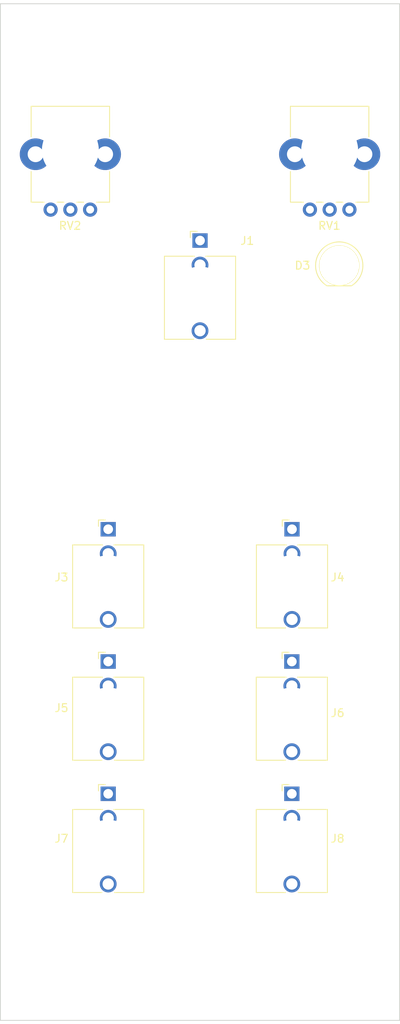
<source format=kicad_pcb>
(kicad_pcb (version 20221018) (generator pcbnew)
  (layers (0 "F.Cu" signal) (31 "B.Cu" power) (34 "B.Paste" user) (35 "F.Paste" user) (36 "B.SilkS" user "B.Silkscreen") (37 "F.SilkS" user "F.Silkscreen") (38 "B.Mask" user) (39 "F.Mask" user) (44 "Edge.Cuts" user))
  (net 0 "")
  (net 1 "GND")
  (net 2 "Net-(J1-PadT)")
  (net 9 "Net-(R1-Pad1)")
  (net 10 "+12VA")
  (net 11 "/CV_Scale")
  (net 12 "Net-(J8-PadT)")
  (net 13 "Net-(J7-PadT)")
  (net 14 "Net-(J3-PadT)")
  (net 15 "Net-(J4-PadT)")
  (net 16 "Net-(J5-PadT)")
  (net 17 "Net-(J6-PadT)")
  (footprint "Connector_Audio:Jack_3.5mm_QingPu_WQP-PJ398SM_Vertical_CircularHoles" (layer "F.Cu") (at 150.484 98.6)
    (fp_text reference "J4" (at 5.776 6.085) (layer "F.SilkS"))
    (fp_text value "SQR")
    (fp_line (start -4.5 1.98) (end -4.5 12.48) (stroke (width 0.12)) (layer "F.SilkS"))
    (fp_line (start -1.23 -1.17) (end -1.23 -0.37) (stroke (width 0.12)) (layer "F.SilkS"))
    (fp_line (start -1.23 -1.17) (end -0.37 -1.17) (stroke (width 0.12)) (layer "F.SilkS"))
    (fp_line (start -0.8 12.48) (end -4.5 12.48) (stroke (width 0.12)) (layer "F.SilkS"))
    (fp_line (start -0.72 1.98) (end -4.5 1.98) (stroke (width 0.12)) (layer "F.SilkS"))
    (fp_line (start 4.5 1.98) (end 0.72 1.98) (stroke (width 0.12)) (layer "F.SilkS"))
    (fp_line (start 4.5 1.98) (end 4.5 12.48) (stroke (width 0.12)) (layer "F.SilkS"))
    (fp_line (start 4.5 12.48) (end 0.8 12.48) (stroke (width 0.12)) (layer "F.SilkS"))
    (fp_circle (center 0 6.48) (end 1.8 6.48) (stroke (width 0.12)) (fill none) (layer "F.SilkS"))
    (pad "S" thru_hole rect (at 0 0 180) (size 1.93 1.83) (drill 1.22) (layers "*.Cu" "*.Mask") (net 1 "GND"))
    (pad "T" thru_hole circle (at 0 11.4 180) (size 2.13 2.13) (drill 1.43) (layers "*.Cu" "*.Mask") (net 15 "Net-(J4-PadT)"))
    (pad "TN" thru_hole circle (at 0 3.1 180) (size 2.13 2.13) (drill 1.42) (layers "*.Cu" "*.Mask"))
  )
  (footprint "Connector_Audio:Jack_3.5mm_QingPu_WQP-PJ398SM_Vertical_CircularHoles" (layer "F.Cu") (at 138.85 62.11)
    (fp_text reference "J1" (at 5.98 0.03 180) (layer "F.SilkS"))
    (fp_text value "CV IN")
    (fp_line (start -4.5 1.98) (end -4.5 12.48) (stroke (width 0.12)) (layer "F.SilkS"))
    (fp_line (start -1.23 -1.17) (end -1.23 -0.37) (stroke (width 0.12)) (layer "F.SilkS"))
    (fp_line (start -1.23 -1.17) (end -0.37 -1.17) (stroke (width 0.12)) (layer "F.SilkS"))
    (fp_line (start -0.8 12.48) (end -4.5 12.48) (stroke (width 0.12)) (layer "F.SilkS"))
    (fp_line (start -0.72 1.98) (end -4.5 1.98) (stroke (width 0.12)) (layer "F.SilkS"))
    (fp_line (start 4.5 1.98) (end 0.72 1.98) (stroke (width 0.12)) (layer "F.SilkS"))
    (fp_line (start 4.5 1.98) (end 4.5 12.48) (stroke (width 0.12)) (layer "F.SilkS"))
    (fp_line (start 4.5 12.48) (end 0.8 12.48) (stroke (width 0.12)) (layer "F.SilkS"))
    (fp_circle (center 0 6.48) (end 1.8 6.48) (stroke (width 0.12)) (fill none) (layer "F.SilkS"))
    (pad "S" thru_hole rect (at 0 0 180) (size 1.93 1.83) (drill 1.22) (layers "*.Cu" "*.Mask") (net 1 "GND"))
    (pad "T" thru_hole circle (at 0 11.4 180) (size 2.13 2.13) (drill 1.43) (layers "*.Cu" "*.Mask") (net 2 "Net-(J1-PadT)"))
    (pad "TN" thru_hole circle (at 0 3.1 180) (size 2.13 2.13) (drill 1.42) (layers "*.Cu" "*.Mask") (net 1 "GND"))
  )
  (footprint "" (layer "F.Cu") (at 156.459666 65.265016)
    (fp_text reference "" (at 0 0) (layer "F.SilkS") (effects (font (size 1.27 1.27))))
    (fp_text value "" (at 0 0) (layer "F.SilkS") (effects (font (size 1.27 1.27))))
    (pad "" np_thru_hole circle (at 0 0) (size 5 5) (drill 5) (layers "F&B.Cu" "*.Mask"))
  )
  (footprint "Custom_Footprints:Alpha_9mm_Potentiometer_Aligned" (layer "F.Cu") (at 122.45 50.7)
    (fp_text reference "RV2" (at -0.04 9.535) (layer "F.SilkS"))
    (fp_text value "100K")
    (fp_line (start -4.961 -5.56) (end 4.96 -5.56) (stroke (width 0.12)) (layer "F.SilkS"))
    (fp_line (start -4.961 -1.695) (end -4.961 -5.56) (stroke (width 0.12)) (layer "F.SilkS"))
    (fp_line (start -4.961 6.56) (end -4.961 2.694) (stroke (width 0.12)) (layer "F.SilkS"))
    (fp_line (start -4.961 6.56) (end -3.325 6.56) (stroke (width 0.12)) (layer "F.SilkS"))
    (fp_line (start -1.675 6.56) (end -0.825 6.56) (stroke (width 0.12)) (layer "F.SilkS"))
    (fp_line (start 0.825 6.56) (end 1.675 6.56) (stroke (width 0.12)) (layer "F.SilkS"))
    (fp_line (start 3.325 6.56) (end 4.96 6.56) (stroke (width 0.12)) (layer "F.SilkS"))
    (fp_line (start 4.96 -1.695) (end 4.96 -5.56) (stroke (width 0.12)) (layer "F.SilkS"))
    (fp_line (start 4.96 6.56) (end 4.96 2.694) (stroke (width 0.12)) (layer "F.SilkS"))
    (fp_arc (start -2.762432 -1.171982) (mid -0.000553 -3.000762) (end 2.762 -1.173) (stroke (width 0.12)) (layer "F.SilkS"))
    (fp_arc (start 2.297753 1.928295) (mid -0.000192 2.999665) (end -2.298 1.928) (stroke (width 0.12)) (layer "F.SilkS"))
    (pad "" np_thru_hole circle (at -4.4 0.5 90) (size 4 4) (drill 2) (layers "*.Cu" "*.Mask"))
    (pad "" np_thru_hole circle (at 4.4 0.5 90) (size 4 4) (drill 2) (layers "*.Cu" "*.Mask"))
    (pad "1" thru_hole circle (at -2.5 7.5 90) (size 1.8 1.8) (drill 1) (layers "*.Cu" "*.Mask") (net 1 "GND"))
    (pad "2" thru_hole circle (at 0 7.5 90) (size 1.8 1.8) (drill 1) (layers "*.Cu" "*.Mask") (net 11 "/CV_Scale"))
    (pad "3" thru_hole circle (at 2.5 7.5 90) (size 1.8 1.8) (drill 1) (layers "*.Cu" "*.Mask") (net 2 "Net-(J1-PadT)"))
  )
  (footprint "" (layer "F.Cu") (at 138.85 68.59)
    (fp_text reference "" (at 0 0) (layer "F.SilkS") (effects (font (size 1.27 1.27))))
    (fp_text value "" (at 0 0) (layer "F.SilkS") (effects (font (size 1.27 1.27))))
    (pad "" np_thru_hole circle (at 0 0) (size 6.4 6.4) (drill 6.4) (layers "F&B.Cu" "*.Mask"))
  )
  (footprint "Custom_Footprints:Sub_Miniature_Switch_MountingHole_3.5mm" (layer "F.Cu") (at 150.484 121.8)
    (fp_text reference "Ref**" hide)
    (fp_text value "Subminiature_Switch" hide)
    (pad "" np_thru_hole circle (at 0 0) (size 6.4 6.4) (drill 6.4) (layers "F&B.Cu" "*.Mask"))
  )
  (footprint "" (layer "F.Cu") (at 155.25 50.7)
    (fp_text reference "" (at 0 0) (layer "F.SilkS") (effects (font (size 1.27 1.27))))
    (fp_text value "" (at 0 0) (layer "F.SilkS") (effects (font (size 1.27 1.27))))
    (pad "" np_thru_hole circle (at 0 0) (size 7.2 7.2) (drill 7.2) (layers "F&B.Cu" "*.Mask"))
  )
  (footprint "Custom_Footprints:Sub_Miniature_Switch_MountingHole_3.5mm" (layer "F.Cu") (at 127.236 105.08)
    (fp_text reference "Ref**" hide)
    (fp_text value "Subminiature_Switch" hide)
    (pad "" np_thru_hole circle (at 0 0) (size 6.4 6.4) (drill 6.4) (layers "F&B.Cu" "*.Mask"))
  )
  (footprint "Custom_Footprints:Sub_Miniature_Switch_MountingHole_3.5mm" (layer "F.Cu") (at 127.236 121.8)
    (fp_text reference "Ref**" hide)
    (fp_text value "Subminiature_Switch" hide)
    (pad "" np_thru_hole circle (at 0 0) (size 6.4 6.4) (drill 6.4) (layers "F&B.Cu" "*.Mask"))
  )
  (footprint "Connector_Audio:Jack_3.5mm_QingPu_WQP-PJ398SM_Vertical_CircularHoles" (layer "F.Cu") (at 127.236 115.32)
    (fp_text reference "J5" (at -5.901 5.875) (layer "F.SilkS"))
    (fp_text value "SINE")
    (fp_line (start -4.5 1.98) (end -4.5 12.48) (stroke (width 0.12)) (layer "F.SilkS"))
    (fp_line (start -1.23 -1.17) (end -1.23 -0.37) (stroke (width 0.12)) (layer "F.SilkS"))
    (fp_line (start -1.23 -1.17) (end -0.37 -1.17) (stroke (width 0.12)) (layer "F.SilkS"))
    (fp_line (start -0.8 12.48) (end -4.5 12.48) (stroke (width 0.12)) (layer "F.SilkS"))
    (fp_line (start -0.72 1.98) (end -4.5 1.98) (stroke (width 0.12)) (layer "F.SilkS"))
    (fp_line (start 4.5 1.98) (end 0.72 1.98) (stroke (width 0.12)) (layer "F.SilkS"))
    (fp_line (start 4.5 1.98) (end 4.5 12.48) (stroke (width 0.12)) (layer "F.SilkS"))
    (fp_line (start 4.5 12.48) (end 0.8 12.48) (stroke (width 0.12)) (layer "F.SilkS"))
    (fp_circle (center 0 6.48) (end 1.8 6.48) (stroke (width 0.12)) (fill none) (layer "F.SilkS"))
    (pad "S" thru_hole rect (at 0 0 180) (size 1.93 1.83) (drill 1.22) (layers "*.Cu" "*.Mask") (net 1 "GND"))
    (pad "T" thru_hole circle (at 0 11.4 180) (size 2.13 2.13) (drill 1.43) (layers "*.Cu" "*.Mask") (net 16 "Net-(J5-PadT)"))
    (pad "TN" thru_hole circle (at 0 3.1 180) (size 2.13 2.13) (drill 1.42) (layers "*.Cu" "*.Mask"))
  )
  (footprint "Connector_Audio:Jack_3.5mm_QingPu_WQP-PJ398SM_Vertical_CircularHoles" (layer "F.Cu") (at 150.464 132.04)
    (fp_text reference "J8" (at 5.796 5.665) (layer "F.SilkS"))
    (fp_text value "RAMP DOWN")
    (fp_line (start -4.5 1.98) (end -4.5 12.48) (stroke (width 0.12)) (layer "F.SilkS"))
    (fp_line (start -1.23 -1.17) (end -1.23 -0.37) (stroke (width 0.12)) (layer "F.SilkS"))
    (fp_line (start -1.23 -1.17) (end -0.37 -1.17) (stroke (width 0.12)) (layer "F.SilkS"))
    (fp_line (start -0.8 12.48) (end -4.5 12.48) (stroke (width 0.12)) (layer "F.SilkS"))
    (fp_line (start -0.72 1.98) (end -4.5 1.98) (stroke (width 0.12)) (layer "F.SilkS"))
    (fp_line (start 4.5 1.98) (end 0.72 1.98) (stroke (width 0.12)) (layer "F.SilkS"))
    (fp_line (start 4.5 1.98) (end 4.5 12.48) (stroke (width 0.12)) (layer "F.SilkS"))
    (fp_line (start 4.5 12.48) (end 0.8 12.48) (stroke (width 0.12)) (layer "F.SilkS"))
    (fp_circle (center 0 6.48) (end 1.8 6.48) (stroke (width 0.12)) (fill none) (layer "F.SilkS"))
    (pad "S" thru_hole rect (at 0 0 180) (size 1.93 1.83) (drill 1.22) (layers "*.Cu" "*.Mask") (net 1 "GND"))
    (pad "T" thru_hole circle (at 0 11.4 180) (size 2.13 2.13) (drill 1.43) (layers "*.Cu" "*.Mask") (net 12 "Net-(J8-PadT)"))
    (pad "TN" thru_hole circle (at 0 3.1 180) (size 2.13 2.13) (drill 1.42) (layers "*.Cu" "*.Mask"))
  )
  (footprint "Connector_Audio:Jack_3.5mm_QingPu_WQP-PJ398SM_Vertical_CircularHoles" (layer "F.Cu") (at 127.236 132.04)
    (fp_text reference "J7" (at -5.901 5.665) (layer "F.SilkS"))
    (fp_text value "RAMP UP")
    (fp_line (start -4.5 1.98) (end -4.5 12.48) (stroke (width 0.12)) (layer "F.SilkS"))
    (fp_line (start -1.23 -1.17) (end -1.23 -0.37) (stroke (width 0.12)) (layer "F.SilkS"))
    (fp_line (start -1.23 -1.17) (end -0.37 -1.17) (stroke (width 0.12)) (layer "F.SilkS"))
    (fp_line (start -0.8 12.48) (end -4.5 12.48) (stroke (width 0.12)) (layer "F.SilkS"))
    (fp_line (start -0.72 1.98) (end -4.5 1.98) (stroke (width 0.12)) (layer "F.SilkS"))
    (fp_line (start 4.5 1.98) (end 0.72 1.98) (stroke (width 0.12)) (layer "F.SilkS"))
    (fp_line (start 4.5 1.98) (end 4.5 12.48) (stroke (width 0.12)) (layer "F.SilkS"))
    (fp_line (start 4.5 12.48) (end 0.8 12.48) (stroke (width 0.12)) (layer "F.SilkS"))
    (fp_circle (center 0 6.48) (end 1.8 6.48) (stroke (width 0.12)) (fill none) (layer "F.SilkS"))
    (pad "S" thru_hole rect (at 0 0 180) (size 1.93 1.83) (drill 1.22) (layers "*.Cu" "*.Mask") (net 1 "GND"))
    (pad "T" thru_hole circle (at 0 11.4 180) (size 2.13 2.13) (drill 1.43) (layers "*.Cu" "*.Mask") (net 13 "Net-(J7-PadT)"))
    (pad "TN" thru_hole circle (at 0 3.1 180) (size 2.13 2.13) (drill 1.42) (layers "*.Cu" "*.Mask"))
  )
  (footprint "Custom_Footprints:Alpha_9mm_Potentiometer_Aligned" (layer "F.Cu") (at 155.25 50.7)
    (fp_text reference "RV1" (at -0.04 9.535) (layer "F.SilkS"))
    (fp_text value "100K")
    (fp_line (start -4.961 -5.56) (end 4.96 -5.56) (stroke (width 0.12)) (layer "F.SilkS"))
    (fp_line (start -4.961 -1.695) (end -4.961 -5.56) (stroke (width 0.12)) (layer "F.SilkS"))
    (fp_line (start -4.961 6.56) (end -4.961 2.694) (stroke (width 0.12)) (layer "F.SilkS"))
    (fp_line (start -4.961 6.56) (end -3.325 6.56) (stroke (width 0.12)) (layer "F.SilkS"))
    (fp_line (start -1.675 6.56) (end -0.825 6.56) (stroke (width 0.12)) (layer "F.SilkS"))
    (fp_line (start 0.825 6.56) (end 1.675 6.56) (stroke (width 0.12)) (layer "F.SilkS"))
    (fp_line (start 3.325 6.56) (end 4.96 6.56) (stroke (width 0.12)) (layer "F.SilkS"))
    (fp_line (start 4.96 -1.695) (end 4.96 -5.56) (stroke (width 0.12)) (layer "F.SilkS"))
    (fp_line (start 4.96 6.56) (end 4.96 2.694) (stroke (width 0.12)) (layer "F.SilkS"))
    (fp_arc (start -2.762432 -1.171982) (mid -0.000553 -3.000762) (end 2.762 -1.173) (stroke (width 0.12)) (layer "F.SilkS"))
    (fp_arc (start 2.297753 1.928295) (mid -0.000192 2.999665) (end -2.298 1.928) (stroke (width 0.12)) (layer "F.SilkS"))
    (pad "" np_thru_hole circle (at -4.4 0.5 90) (size 4 4) (drill 2) (layers "*.Cu" "*.Mask"))
    (pad "" np_thru_hole circle (at 4.4 0.5 90) (size 4 4) (drill 2) (layers "*.Cu" "*.Mask"))
    (pad "1" thru_hole circle (at -2.5 7.5 90) (size 1.8 1.8) (drill 1) (layers "*.Cu" "*.Mask") (net 1 "GND"))
    (pad "2" thru_hole circle (at 0 7.5 90) (size 1.8 1.8) (drill 1) (layers "*.Cu" "*.Mask") (net 9 "Net-(R1-Pad1)"))
    (pad "3" thru_hole circle (at 2.5 7.5 90) (size 1.8 1.8) (drill 1) (layers "*.Cu" "*.Mask") (net 10 "+12VA"))
  )
  (footprint "MountingHole:MountingHole_3.2mm_M3" (layer "F.Cu") (at 121.1 35.18)
    (fp_text reference "REF**" hide)
    (fp_text value "MountingHole_3.2mm_M3" hide)
    (pad "" np_thru_hole oval (at 0 0) (size 7 3.2) (drill oval 7 3.2) (layers "*.Cu" "*.Mask"))
  )
  (footprint "Connector_Audio:Jack_3.5mm_QingPu_WQP-PJ398SM_Vertical_CircularHoles" (layer "F.Cu") (at 150.464 115.32)
    (fp_text reference "J6" (at 5.796 6.51) (layer "F.SilkS"))
    (fp_text value "COSINE")
    (fp_line (start -4.5 1.98) (end -4.5 12.48) (stroke (width 0.12)) (layer "F.SilkS"))
    (fp_line (start -1.23 -1.17) (end -1.23 -0.37) (stroke (width 0.12)) (layer "F.SilkS"))
    (fp_line (start -1.23 -1.17) (end -0.37 -1.17) (stroke (width 0.12)) (layer "F.SilkS"))
    (fp_line (start -0.8 12.48) (end -4.5 12.48) (stroke (width 0.12)) (layer "F.SilkS"))
    (fp_line (start -0.72 1.98) (end -4.5 1.98) (stroke (width 0.12)) (layer "F.SilkS"))
    (fp_line (start 4.5 1.98) (end 0.72 1.98) (stroke (width 0.12)) (layer "F.SilkS"))
    (fp_line (start 4.5 1.98) (end 4.5 12.48) (stroke (width 0.12)) (layer "F.SilkS"))
    (fp_line (start 4.5 12.48) (end 0.8 12.48) (stroke (width 0.12)) (layer "F.SilkS"))
    (fp_circle (center 0 6.48) (end 1.8 6.48) (stroke (width 0.12)) (fill none) (layer "F.SilkS"))
    (pad "S" thru_hole rect (at 0 0 180) (size 1.93 1.83) (drill 1.22) (layers "*.Cu" "*.Mask") (net 1 "GND"))
    (pad "T" thru_hole circle (at 0 11.4 180) (size 2.13 2.13) (drill 1.43) (layers "*.Cu" "*.Mask") (net 17 "Net-(J6-PadT)"))
    (pad "TN" thru_hole circle (at 0 3.1 180) (size 2.13 2.13) (drill 1.42) (layers "*.Cu" "*.Mask"))
  )
  (footprint "Custom_Footprints:Sub_Miniature_Switch_MountingHole_3.5mm" (layer "F.Cu") (at 127.236 138.52)
    (fp_text reference "Ref**" hide)
    (fp_text value "Subminiature_Switch" hide)
    (pad "" np_thru_hole circle (at 0 0) (size 6.4 6.4) (drill 6.4) (layers "F&B.Cu" "*.Mask"))
  )
  (footprint "Custom_Footprints:Sub_Miniature_Switch_MountingHole_3.5mm" (layer "F.Cu") (at 150.484 105.08)
    (fp_text reference "Ref**" hide)
    (fp_text value "Subminiature_Switch" hide)
    (pad "" np_thru_hole circle (at 0 0) (size 6.4 6.4) (drill 6.4) (layers "F&B.Cu" "*.Mask"))
  )
  (footprint "" (layer "F.Cu") (at 122.45 50.7)
    (fp_text reference "" (at 0 0) (layer "F.SilkS") (effects (font (size 1.27 1.27))))
    (fp_text value "" (at 0 0) (layer "F.SilkS") (effects (font (size 1.27 1.27))))
    (pad "" np_thru_hole circle (at 0 0) (size 7.2 7.2) (drill 7.2) (layers "F&B.Cu" "*.Mask"))
  )
  (footprint "MountingHole:MountingHole_3.2mm_M3" (layer "F.Cu") (at 156.66 35.18)
    (fp_text reference "REF**" hide)
    (fp_text value "MountingHole_3.2mm_M3" hide)
    (pad "" np_thru_hole oval (at 0 0) (size 7 3.2) (drill oval 7 3.2) (layers "*.Cu" "*.Mask"))
  )
  (footprint "LED_THT:LED_D5.0mm" (layer "F.Cu") (at 156.459666 66.540016 90)
    (fp_text reference "D3" (at 1.27 -4.644666 180) (layer "F.SilkS"))
    (fp_text value "LED")
    (fp_line (start -1.29 -1.545) (end -1.29 1.545) (stroke (width 0.12)) (layer "F.SilkS"))
    (fp_arc (start -1.29 -1.54483) (mid 2.072002 -2.880433) (end 4.26 0.000462) (stroke (width 0.12)) (layer "F.SilkS"))
    (fp_arc (start 4.26 -0.000462) (mid 2.072002 2.880433) (end -1.29 1.54483) (stroke (width 0.12)) (layer "F.SilkS"))
    (fp_circle (center 1.27 0) (end 3.77 0) (stroke (width 0.12)) (fill none) (layer "F.SilkS"))
    (pad "1" thru_hole rect (at 0 0 90) (size 1.8 1.8) (drill 0.9) (layers "*.Cu" "*.Mask"))
    (pad "2" thru_hole circle (at 2.54 0 90) (size 1.8 1.8) (drill 0.9) (layers "*.Cu" "*.Mask") (net 10 "+12VA"))
  )
  (footprint "Connector_Audio:Jack_3.5mm_QingPu_WQP-PJ398SM_Vertical_CircularHoles" (layer "F.Cu") (at 127.236 98.6)
    (fp_text reference "J3" (at -5.901 6.085) (layer "F.SilkS"))
    (fp_text value "TRI")
    (fp_line (start -4.5 1.98) (end -4.5 12.48) (stroke (width 0.12)) (layer "F.SilkS"))
    (fp_line (start -1.23 -1.17) (end -1.23 -0.37) (stroke (width 0.12)) (layer "F.SilkS"))
    (fp_line (start -1.23 -1.17) (end -0.37 -1.17) (stroke (width 0.12)) (layer "F.SilkS"))
    (fp_line (start -0.8 12.48) (end -4.5 12.48) (stroke (width 0.12)) (layer "F.SilkS"))
    (fp_line (start -0.72 1.98) (end -4.5 1.98) (stroke (width 0.12)) (layer "F.SilkS"))
    (fp_line (start 4.5 1.98) (end 0.72 1.98) (stroke (width 0.12)) (layer "F.SilkS"))
    (fp_line (start 4.5 1.98) (end 4.5 12.48) (stroke (width 0.12)) (layer "F.SilkS"))
    (fp_line (start 4.5 12.48) (end 0.8 12.48) (stroke (width 0.12)) (layer "F.SilkS"))
    (fp_circle (center 0 6.48) (end 1.8 6.48) (stroke (width 0.12)) (fill none) (layer "F.SilkS"))
    (pad "S" thru_hole rect (at 0 0 180) (size 1.93 1.83) (drill 1.22) (layers "*.Cu" "*.Mask") (net 1 "GND"))
    (pad "T" thru_hole circle (at 0 11.4 180) (size 2.13 2.13) (drill 1.43) (layers "*.Cu" "*.Mask") (net 14 "Net-(J3-PadT)"))
    (pad "TN" thru_hole circle (at 0 3.1 180) (size 2.13 2.13) (drill 1.42) (layers "*.Cu" "*.Mask"))
  )
  (footprint "Custom_Footprints:Sub_Miniature_Switch_MountingHole_3.5mm" (layer "F.Cu") (at 150.484 138.52)
    (fp_text reference "Ref**" hide)
    (fp_text value "Subminiature_Switch" hide)
    (pad "" np_thru_hole circle (at 0 0) (size 6.4 6.4) (drill 6.4) (layers "F&B.Cu" "*.Mask"))
  )
  (footprint "MountingHole:MountingHole_3.2mm_M3" (layer "F.Cu") (at 156.66 157.68)
    (fp_text reference "REF**" hide)
    (fp_text value "MountingHole_3.2mm_M3" hide)
    (pad "" np_thru_hole oval (at 0 0) (size 7 3.2) (drill oval 7 3.2) (layers "*.Cu" "*.Mask"))
  )
  (footprint "MountingHole:MountingHole_3.2mm_M3" (layer "F.Cu") (at 121.1 157.68)
    (fp_text reference "REF**" hide)
    (fp_text value "MountingHole_3.2mm_M3" hide)
    (pad "" np_thru_hole oval (at 0 0) (size 7 3.2) (drill oval 7 3.2) (layers "*.Cu" "*.Mask"))
  )
  (gr_line (start 164.1 160.68) (end 113.6 160.68) (stroke (width 0.1)) (layer "Edge.Cuts"))
  (gr_line (start 113.6 32.18) (end 164.1 32.18) (stroke (width 0.1)) (layer "Edge.Cuts"))
  (gr_line (start 113.6 160.68) (end 113.6 32.18) (stroke (width 0.1)) (layer "Edge.Cuts"))
  (gr_line (start 164.1 32.18) (end 164.1 160.68) (stroke (width 0.1)) (layer "Edge.Cuts"))
)
</source>
